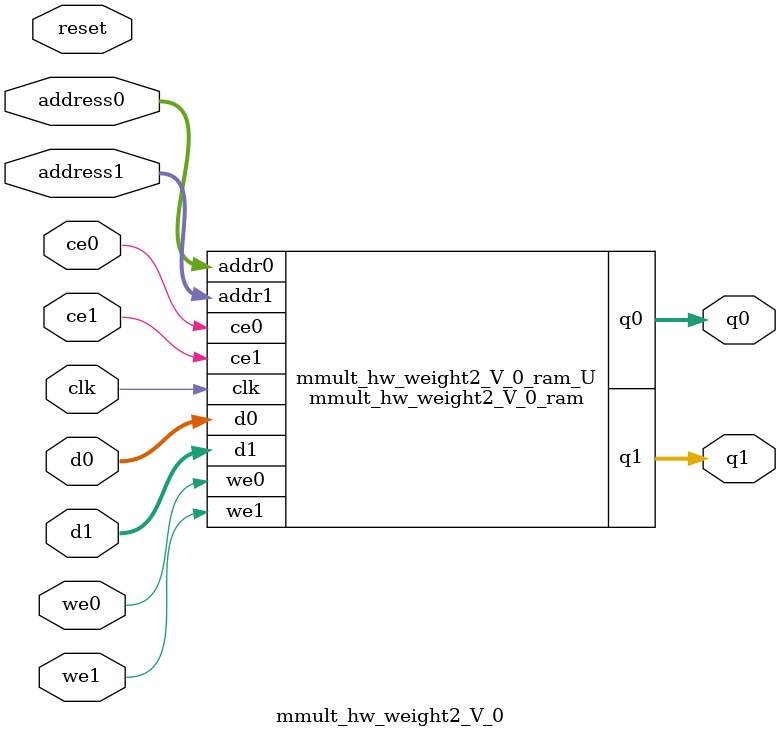
<source format=v>
`timescale 1 ns / 1 ps
module mmult_hw_weight2_V_0_ram (addr0, ce0, d0, we0, q0, addr1, ce1, d1, we1, q1,  clk);

parameter DWIDTH = 8;
parameter AWIDTH = 7;
parameter MEM_SIZE = 80;

input[AWIDTH-1:0] addr0;
input ce0;
input[DWIDTH-1:0] d0;
input we0;
output reg[DWIDTH-1:0] q0;
input[AWIDTH-1:0] addr1;
input ce1;
input[DWIDTH-1:0] d1;
input we1;
output reg[DWIDTH-1:0] q1;
input clk;

(* ram_style = "block" *)reg [DWIDTH-1:0] ram[0:MEM_SIZE-1];




always @(posedge clk)  
begin 
    if (ce0) begin
        if (we0) 
            ram[addr0] <= d0; 
        q0 <= ram[addr0];
    end
end


always @(posedge clk)  
begin 
    if (ce1) begin
        if (we1) 
            ram[addr1] <= d1; 
        q1 <= ram[addr1];
    end
end


endmodule

`timescale 1 ns / 1 ps
module mmult_hw_weight2_V_0(
    reset,
    clk,
    address0,
    ce0,
    we0,
    d0,
    q0,
    address1,
    ce1,
    we1,
    d1,
    q1);

parameter DataWidth = 32'd8;
parameter AddressRange = 32'd80;
parameter AddressWidth = 32'd7;
input reset;
input clk;
input[AddressWidth - 1:0] address0;
input ce0;
input we0;
input[DataWidth - 1:0] d0;
output[DataWidth - 1:0] q0;
input[AddressWidth - 1:0] address1;
input ce1;
input we1;
input[DataWidth - 1:0] d1;
output[DataWidth - 1:0] q1;



mmult_hw_weight2_V_0_ram mmult_hw_weight2_V_0_ram_U(
    .clk( clk ),
    .addr0( address0 ),
    .ce0( ce0 ),
    .we0( we0 ),
    .d0( d0 ),
    .q0( q0 ),
    .addr1( address1 ),
    .ce1( ce1 ),
    .we1( we1 ),
    .d1( d1 ),
    .q1( q1 ));

endmodule


</source>
